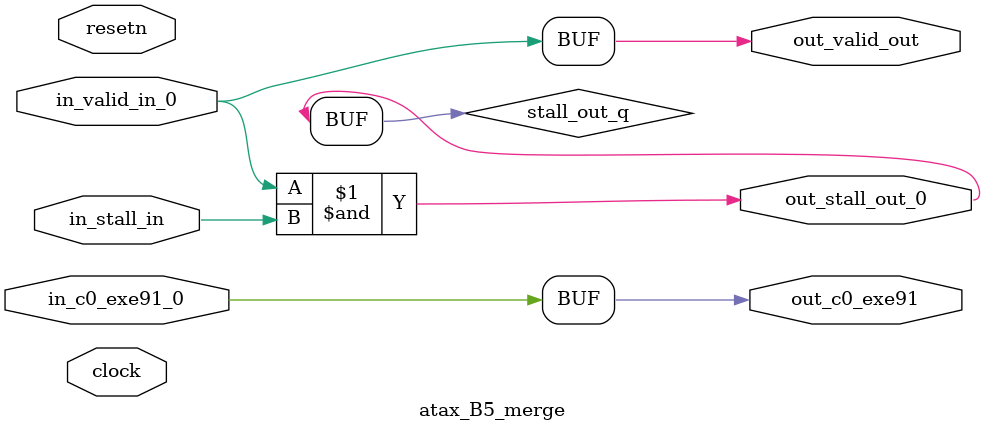
<source format=sv>



(* altera_attribute = "-name AUTO_SHIFT_REGISTER_RECOGNITION OFF; -name MESSAGE_DISABLE 10036; -name MESSAGE_DISABLE 10037; -name MESSAGE_DISABLE 14130; -name MESSAGE_DISABLE 14320; -name MESSAGE_DISABLE 15400; -name MESSAGE_DISABLE 14130; -name MESSAGE_DISABLE 10036; -name MESSAGE_DISABLE 12020; -name MESSAGE_DISABLE 12030; -name MESSAGE_DISABLE 12010; -name MESSAGE_DISABLE 12110; -name MESSAGE_DISABLE 14320; -name MESSAGE_DISABLE 13410; -name MESSAGE_DISABLE 113007; -name MESSAGE_DISABLE 10958" *)
module atax_B5_merge (
    input wire [0:0] in_c0_exe91_0,
    input wire [0:0] in_stall_in,
    input wire [0:0] in_valid_in_0,
    output wire [0:0] out_c0_exe91,
    output wire [0:0] out_stall_out_0,
    output wire [0:0] out_valid_out,
    input wire clock,
    input wire resetn
    );

    wire [0:0] stall_out_q;


    // out_c0_exe91(GPOUT,5)
    assign out_c0_exe91 = in_c0_exe91_0;

    // stall_out(LOGICAL,8)
    assign stall_out_q = in_valid_in_0 & in_stall_in;

    // out_stall_out_0(GPOUT,6)
    assign out_stall_out_0 = stall_out_q;

    // out_valid_out(GPOUT,7)
    assign out_valid_out = in_valid_in_0;

endmodule

</source>
